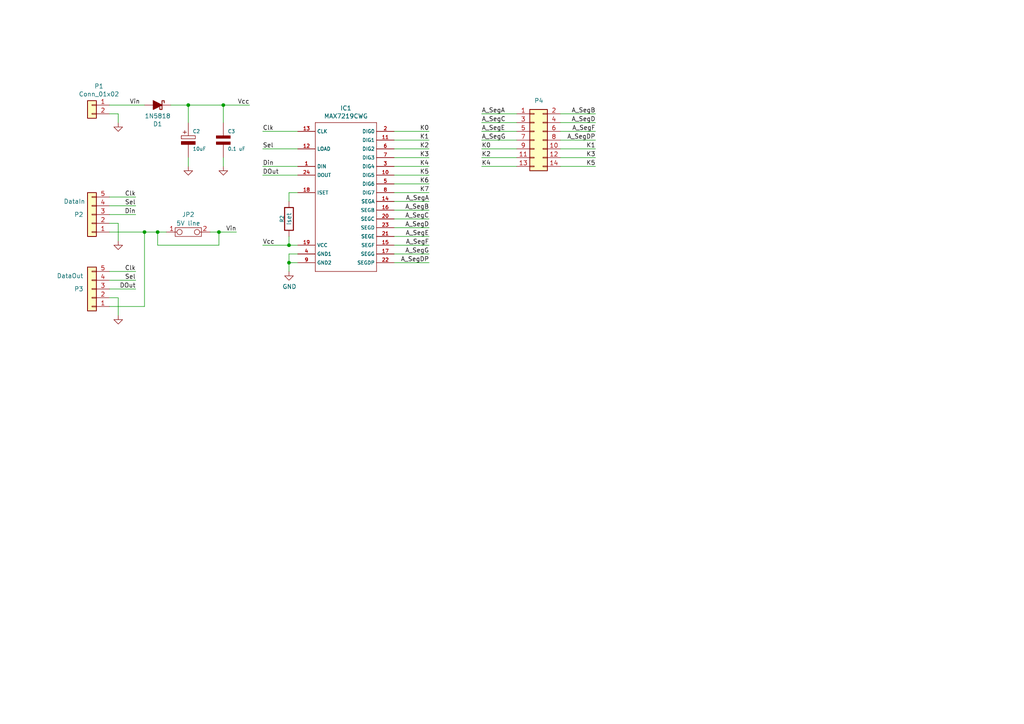
<source format=kicad_sch>
(kicad_sch (version 20210621) (generator eeschema)
  (paper "A4")
  (lib_symbols
    (symbol "Connector_Generic:Conn_01x02" (pin_names hide)
      (property "Reference" "J" (at 0 2.54 0))
      (property "Value" "Conn_01x02" (at 0 -5.08 0))
      (symbol "Conn_01x02_1_1"
        (rectangle (start -1.27 -2.413) (end 0 -2.667))
        (rectangle (start -1.27 0.127) (end 0 -0.127))
        (rectangle (start -1.27 1.27) (end 1.27 -3.81) (stroke (width 0.254)) (fill (type background)))
        (pin passive line (at -5.08 0 0) (length 3.81) (name "Pin_1") (number "1"))
        (pin passive line (at -5.08 -2.54 0) (length 3.81) (name "Pin_2") (number "2"))
      )
    )
    (symbol "Connector_Generic:Conn_01x05" (pin_names hide)
      (property "Reference" "J" (at 0 7.62 0))
      (property "Value" "Conn_01x05" (at 0 -7.62 0))
      (symbol "Conn_01x05_1_1"
        (rectangle (start -1.27 -4.953) (end 0 -5.207))
        (rectangle (start -1.27 -2.413) (end 0 -2.667))
        (rectangle (start -1.27 0.127) (end 0 -0.127))
        (rectangle (start -1.27 2.667) (end 0 2.413))
        (rectangle (start -1.27 5.207) (end 0 4.953))
        (rectangle (start -1.27 6.35) (end 1.27 -6.35) (stroke (width 0.254)) (fill (type background)))
        (pin passive line (at -5.08 5.08 0) (length 3.81) (name "Pin_1") (number "1"))
        (pin passive line (at -5.08 2.54 0) (length 3.81) (name "Pin_2") (number "2"))
        (pin passive line (at -5.08 0 0) (length 3.81) (name "Pin_3") (number "3"))
        (pin passive line (at -5.08 -2.54 0) (length 3.81) (name "Pin_4") (number "4"))
        (pin passive line (at -5.08 -5.08 0) (length 3.81) (name "Pin_5") (number "5"))
      )
    )
    (symbol "Connector_Generic:Conn_02x07_Odd_Even" (pin_names hide)
      (property "Reference" "J" (at 1.27 10.16 0))
      (property "Value" "Conn_02x07_Odd_Even" (at 1.27 -10.16 0))
      (symbol "Conn_02x07_Odd_Even_1_1"
        (rectangle (start -1.27 -7.493) (end 0 -7.747))
        (rectangle (start -1.27 -4.953) (end 0 -5.207))
        (rectangle (start -1.27 -2.413) (end 0 -2.667))
        (rectangle (start -1.27 0.127) (end 0 -0.127))
        (rectangle (start -1.27 2.667) (end 0 2.413))
        (rectangle (start -1.27 5.207) (end 0 4.953))
        (rectangle (start -1.27 7.747) (end 0 7.493))
        (rectangle (start 3.81 -7.493) (end 2.54 -7.747))
        (rectangle (start 3.81 -4.953) (end 2.54 -5.207))
        (rectangle (start 3.81 -2.413) (end 2.54 -2.667))
        (rectangle (start 3.81 0.127) (end 2.54 -0.127))
        (rectangle (start 3.81 2.667) (end 2.54 2.413))
        (rectangle (start 3.81 5.207) (end 2.54 4.953))
        (rectangle (start 3.81 7.747) (end 2.54 7.493))
        (rectangle (start -1.27 8.89) (end 3.81 -8.89) (stroke (width 0.254)) (fill (type background)))
        (pin passive line (at -5.08 7.62 0) (length 3.81) (name "Pin_1") (number "1"))
        (pin passive line (at 7.62 -2.54 180) (length 3.81) (name "Pin_10") (number "10"))
        (pin passive line (at -5.08 -5.08 0) (length 3.81) (name "Pin_11") (number "11"))
        (pin passive line (at 7.62 -5.08 180) (length 3.81) (name "Pin_12") (number "12"))
        (pin passive line (at -5.08 -7.62 0) (length 3.81) (name "Pin_13") (number "13"))
        (pin passive line (at 7.62 -7.62 180) (length 3.81) (name "Pin_14") (number "14"))
        (pin passive line (at 7.62 7.62 180) (length 3.81) (name "Pin_2") (number "2"))
        (pin passive line (at -5.08 5.08 0) (length 3.81) (name "Pin_3") (number "3"))
        (pin passive line (at 7.62 5.08 180) (length 3.81) (name "Pin_4") (number "4"))
        (pin passive line (at -5.08 2.54 0) (length 3.81) (name "Pin_5") (number "5"))
        (pin passive line (at 7.62 2.54 180) (length 3.81) (name "Pin_6") (number "6"))
        (pin passive line (at -5.08 0 0) (length 3.81) (name "Pin_7") (number "7"))
        (pin passive line (at 7.62 0 180) (length 3.81) (name "Pin_8") (number "8"))
        (pin passive line (at -5.08 -2.54 0) (length 3.81) (name "Pin_9") (number "9"))
      )
    )
    (symbol "Device:D_Schottky_ALT" (pin_numbers hide) (pin_names hide)
      (property "Reference" "D" (at 0 2.54 0))
      (property "Value" "D_Schottky_ALT" (at 0 -2.54 0))
      (symbol "D_Schottky_ALT_0_1"
        (polyline (pts (xy 1.27 0) (xy -1.27 0)))
        (polyline (pts (xy -1.905 0.635) (xy -1.905 1.27) (xy -1.27 1.27) (xy -1.27 -1.27) (xy -0.635 -1.27) (xy -0.635 -0.635)) (stroke (width 0.254)))
        (polyline (pts (xy 1.27 1.27) (xy 1.27 -1.27) (xy -1.27 0) (xy 1.27 1.27)) (stroke (width 0.254)) (fill (type outline)))
      )
      (symbol "D_Schottky_ALT_1_1"
        (pin passive line (at -3.81 0 0) (length 2.54) (name "K") (number "1"))
        (pin passive line (at 3.81 0 180) (length 2.54) (name "A") (number "2"))
      )
    )
    (symbol "GCC_Switches:JUMPER2"
      (property "Reference" "JP" (at 7.62 3.81 0))
      (property "Value" "JUMPER2" (at 7.62 -3.81 0))
      (symbol "JUMPER2_0_1"
        (circle (center 3.81 0) (radius 0.762))
        (circle (center 8.89 0) (radius 0.762))
        (rectangle (start 2.54 1.27) (end 10.16 -1.27))
      )
      (symbol "JUMPER2_1_1"
        (pin passive line (at 0 0 0) (length 3.048) (name "~") (number "1"))
        (pin passive line (at 12.7 0 180) (length 3.048) (name "~") (number "2"))
      )
    )
    (symbol "GCC_device:C" (pin_numbers hide) (pin_names (offset 0.254))
      (property "Reference" "C" (at 1.27 2.54 0))
      (property "Value" "C" (at 1.27 -2.54 0))
      (symbol "C_0_1"
        (rectangle (start -2.032 -0.508) (end 2.032 -1.27) (fill (type outline)))
        (rectangle (start -2.032 1.27) (end 2.032 0.508) (fill (type outline)))
      )
      (symbol "C_1_1"
        (pin passive line (at 0 5.08 270) (length 3.81) (name "~") (number "1"))
        (pin passive line (at 0 -5.08 90) (length 3.81) (name "~") (number "2"))
      )
    )
    (symbol "GCC_device:CP" (pin_numbers hide) (pin_names (offset 0.254) hide)
      (property "Reference" "C" (at 1.27 2.54 0))
      (property "Value" "CP" (at 1.27 -2.54 0))
      (symbol "CP_0_1"
        (rectangle (start -2.032 1.27) (end 2.032 0.381))
        (rectangle (start -2.032 -0.381) (end 2.032 -1.27) (fill (type outline)))
        (polyline (pts (xy -1.524 2.286) (xy -0.508 2.286) (xy -0.508 2.286)))
        (polyline (pts (xy -1.016 2.794) (xy -1.016 1.778) (xy -1.016 2.032)))
      )
      (symbol "CP_1_1"
        (pin passive line (at 0 5.08 270) (length 3.81) (name "~") (number "1"))
        (pin passive line (at 0 -5.08 90) (length 3.81) (name "~") (number "2"))
      )
    )
    (symbol "GCC_device:R" (pin_numbers hide) (pin_names (offset 0))
      (property "Reference" "R" (at 3.302 0 90))
      (property "Value" "R" (at 0 0 90))
      (symbol "R_0_1"
        (rectangle (start -1.27 3.302) (end 1.27 -3.302) (stroke (width 0.3048)))
      )
      (symbol "R_1_1"
        (pin passive line (at 0 5.08 270) (length 1.778) (name "~") (number "1"))
        (pin passive line (at 0 -5.08 90) (length 1.778) (name "~") (number "2"))
      )
    )
    (symbol "GCC_drivers:MAX7219CNG"
      (property "Reference" "IC" (at -10.16 20.955 0))
      (property "Value" "MAX7219CNG" (at -10.16 -25.4 0))
      (symbol "MAX7219CNG_1_0"
        (polyline (pts (xy -10.16 -22.86) (xy 7.62 -22.86)))
        (polyline (pts (xy -10.16 20.32) (xy -10.16 -22.86)))
        (polyline (pts (xy 7.62 -22.86) (xy 7.62 20.32)))
        (polyline (pts (xy 7.62 20.32) (xy -10.16 20.32)))
      )
      (symbol "MAX7219CNG_1_1"
        (pin input line (at -15.24 7.62 0) (length 5.08) (name "DIN") (number "1"))
        (pin output line (at 12.7 5.08 180) (length 5.08) (name "DIG5") (number "10"))
        (pin output line (at 12.7 15.24 180) (length 5.08) (name "DIG1") (number "11"))
        (pin input line (at -15.24 12.7 0) (length 5.08) (name "LOAD") (number "12"))
        (pin input line (at -15.24 17.78 0) (length 5.08) (name "CLK") (number "13"))
        (pin output line (at 12.7 -2.54 180) (length 5.08) (name "SEGA") (number "14"))
        (pin output line (at 12.7 -15.24 180) (length 5.08) (name "SEGF") (number "15"))
        (pin output line (at 12.7 -5.08 180) (length 5.08) (name "SEGB") (number "16"))
        (pin output line (at 12.7 -17.78 180) (length 5.08) (name "SEGG") (number "17"))
        (pin input line (at -15.24 0 0) (length 5.08) (name "ISET") (number "18"))
        (pin power_in line (at -15.24 -15.24 0) (length 5.08) (name "VCC") (number "19"))
        (pin output line (at 12.7 17.78 180) (length 5.08) (name "DIG0") (number "2"))
        (pin output line (at 12.7 -7.62 180) (length 5.08) (name "SEGC") (number "20"))
        (pin output line (at 12.7 -12.7 180) (length 5.08) (name "SEGE") (number "21"))
        (pin output line (at 12.7 -20.32 180) (length 5.08) (name "SEGDP") (number "22"))
        (pin output line (at 12.7 -10.16 180) (length 5.08) (name "SEGD") (number "23"))
        (pin output line (at -15.24 5.08 0) (length 5.08) (name "DOUT") (number "24"))
        (pin output line (at 12.7 7.62 180) (length 5.08) (name "DIG4") (number "3"))
        (pin power_in line (at -15.24 -17.78 0) (length 5.08) (name "GND1") (number "4"))
        (pin output line (at 12.7 2.54 180) (length 5.08) (name "DIG6") (number "5"))
        (pin output line (at 12.7 12.7 180) (length 5.08) (name "DIG2") (number "6"))
        (pin output line (at 12.7 10.16 180) (length 5.08) (name "DIG3") (number "7"))
        (pin output line (at 12.7 0 180) (length 5.08) (name "DIG7") (number "8"))
        (pin power_in line (at -15.24 -20.32 0) (length 5.08) (name "GND2") (number "9"))
      )
    )
    (symbol "power:GND" (power) (pin_names (offset 0))
      (property "Value" "GND" (at 0 -3.81 0))
      (symbol "GND_0_1"
        (polyline (pts (xy 0 0) (xy 0 -1.27) (xy 1.27 -1.27) (xy 0 -2.54) (xy -1.27 -1.27) (xy 0 -1.27)))
      )
      (symbol "GND_1_1"
        (pin power_in line (at 0 0 270) (length 0) hide (name "GND") (number "1"))
      )
    )
  )
  (junction (at 41.91 67.31))
  (junction (at 45.72 67.31))
  (junction (at 54.61 30.48))
  (junction (at 63.5 67.31))
  (junction (at 64.77 30.48))
  (junction (at 83.82 71.12))
  (junction (at 83.82 76.2))
  (wire (pts (xy 31.75 30.48) (xy 41.91 30.48)))
  (wire (pts (xy 31.75 33.02) (xy 34.29 33.02)))
  (wire (pts (xy 31.75 64.77) (xy 34.29 64.77)))
  (wire (pts (xy 31.75 67.31) (xy 41.91 67.31)))
  (wire (pts (xy 31.75 86.36) (xy 34.29 86.36)))
  (wire (pts (xy 31.75 88.9) (xy 41.91 88.9)))
  (wire (pts (xy 34.29 33.02) (xy 34.29 35.56)))
  (wire (pts (xy 34.29 64.77) (xy 34.29 69.85)))
  (wire (pts (xy 34.29 86.36) (xy 34.29 91.44)))
  (wire (pts (xy 39.37 57.15) (xy 31.75 57.15)))
  (wire (pts (xy 39.37 59.69) (xy 31.75 59.69)))
  (wire (pts (xy 39.37 62.23) (xy 31.75 62.23)))
  (wire (pts (xy 39.37 78.74) (xy 31.75 78.74)))
  (wire (pts (xy 39.37 81.28) (xy 31.75 81.28)))
  (wire (pts (xy 39.37 83.82) (xy 31.75 83.82)))
  (wire (pts (xy 41.91 67.31) (xy 41.91 88.9)))
  (wire (pts (xy 41.91 67.31) (xy 45.72 67.31)))
  (wire (pts (xy 45.72 67.31) (xy 45.72 71.12)))
  (wire (pts (xy 45.72 67.31) (xy 48.26 67.31)))
  (wire (pts (xy 45.72 71.12) (xy 63.5 71.12)))
  (wire (pts (xy 49.53 30.48) (xy 54.61 30.48)))
  (wire (pts (xy 54.61 30.48) (xy 54.61 35.56)))
  (wire (pts (xy 54.61 30.48) (xy 64.77 30.48)))
  (wire (pts (xy 54.61 45.72) (xy 54.61 48.26)))
  (wire (pts (xy 60.96 67.31) (xy 63.5 67.31)))
  (wire (pts (xy 63.5 67.31) (xy 68.58 67.31)))
  (wire (pts (xy 63.5 71.12) (xy 63.5 67.31)))
  (wire (pts (xy 64.77 30.48) (xy 64.77 35.56)))
  (wire (pts (xy 64.77 30.48) (xy 72.39 30.48)))
  (wire (pts (xy 64.77 45.72) (xy 64.77 48.26)))
  (wire (pts (xy 76.2 38.1) (xy 86.36 38.1)))
  (wire (pts (xy 76.2 43.18) (xy 86.36 43.18)))
  (wire (pts (xy 76.2 48.26) (xy 86.36 48.26)))
  (wire (pts (xy 76.2 50.8) (xy 86.36 50.8)))
  (wire (pts (xy 76.2 71.12) (xy 83.82 71.12)))
  (wire (pts (xy 83.82 55.88) (xy 86.36 55.88)))
  (wire (pts (xy 83.82 58.42) (xy 83.82 55.88)))
  (wire (pts (xy 83.82 68.58) (xy 83.82 71.12)))
  (wire (pts (xy 83.82 71.12) (xy 86.36 71.12)))
  (wire (pts (xy 83.82 73.66) (xy 83.82 76.2)))
  (wire (pts (xy 83.82 76.2) (xy 83.82 78.74)))
  (wire (pts (xy 86.36 73.66) (xy 83.82 73.66)))
  (wire (pts (xy 86.36 76.2) (xy 83.82 76.2)))
  (wire (pts (xy 114.3 38.1) (xy 124.46 38.1)))
  (wire (pts (xy 114.3 40.64) (xy 124.46 40.64)))
  (wire (pts (xy 114.3 43.18) (xy 124.46 43.18)))
  (wire (pts (xy 114.3 45.72) (xy 124.46 45.72)))
  (wire (pts (xy 114.3 48.26) (xy 124.46 48.26)))
  (wire (pts (xy 114.3 50.8) (xy 124.46 50.8)))
  (wire (pts (xy 114.3 53.34) (xy 124.46 53.34)))
  (wire (pts (xy 114.3 55.88) (xy 124.46 55.88)))
  (wire (pts (xy 124.46 58.42) (xy 114.3 58.42)))
  (wire (pts (xy 124.46 60.96) (xy 114.3 60.96)))
  (wire (pts (xy 124.46 63.5) (xy 114.3 63.5)))
  (wire (pts (xy 124.46 66.04) (xy 114.3 66.04)))
  (wire (pts (xy 124.46 68.58) (xy 114.3 68.58)))
  (wire (pts (xy 124.46 71.12) (xy 114.3 71.12)))
  (wire (pts (xy 124.46 73.66) (xy 114.3 73.66)))
  (wire (pts (xy 124.46 76.2) (xy 114.3 76.2)))
  (wire (pts (xy 139.7 33.02) (xy 149.86 33.02)))
  (wire (pts (xy 139.7 35.56) (xy 149.86 35.56)))
  (wire (pts (xy 139.7 38.1) (xy 149.86 38.1)))
  (wire (pts (xy 139.7 40.64) (xy 149.86 40.64)))
  (wire (pts (xy 149.86 43.18) (xy 139.7 43.18)))
  (wire (pts (xy 149.86 45.72) (xy 139.7 45.72)))
  (wire (pts (xy 149.86 48.26) (xy 139.7 48.26)))
  (wire (pts (xy 162.56 48.26) (xy 172.72 48.26)))
  (wire (pts (xy 172.72 33.02) (xy 162.56 33.02)))
  (wire (pts (xy 172.72 35.56) (xy 162.56 35.56)))
  (wire (pts (xy 172.72 38.1) (xy 162.56 38.1)))
  (wire (pts (xy 172.72 40.64) (xy 162.56 40.64)))
  (wire (pts (xy 172.72 43.18) (xy 162.56 43.18)))
  (wire (pts (xy 172.72 45.72) (xy 162.56 45.72)))
  (label "Clk" (at 39.37 57.15 180))
  (label "Sel" (at 39.37 59.69 180))
  (label "Din" (at 39.37 62.23 180))
  (label "Clk" (at 39.37 78.74 180))
  (label "Sel" (at 39.37 81.28 180))
  (label "DOut" (at 39.37 83.82 180))
  (label "Vin" (at 40.64 30.48 180))
  (label "Vin" (at 68.58 67.31 180))
  (label "Vcc" (at 72.39 30.48 180))
  (label "Clk" (at 76.2 38.1 0))
  (label "Sel" (at 76.2 43.18 0))
  (label "Din" (at 76.2 48.26 0))
  (label "DOut" (at 76.2 50.8 0))
  (label "Vcc" (at 76.2 71.12 0))
  (label "K0" (at 124.46 38.1 180))
  (label "K1" (at 124.46 40.64 180))
  (label "K2" (at 124.46 43.18 180))
  (label "K3" (at 124.46 45.72 180))
  (label "K4" (at 124.46 48.26 180))
  (label "K5" (at 124.46 50.8 180))
  (label "K6" (at 124.46 53.34 180))
  (label "K7" (at 124.46 55.88 180))
  (label "A_SegA" (at 124.46 58.42 180))
  (label "A_SegB" (at 124.46 60.96 180))
  (label "A_SegC" (at 124.46 63.5 180))
  (label "A_SegD" (at 124.46 66.04 180))
  (label "A_SegE" (at 124.46 68.58 180))
  (label "A_SegF" (at 124.46 71.12 180))
  (label "A_SegG" (at 124.46 73.66 180))
  (label "A_SegDP" (at 124.46 76.2 180))
  (label "A_SegA" (at 139.7 33.02 0))
  (label "A_SegC" (at 139.7 35.56 0))
  (label "A_SegE" (at 139.7 38.1 0))
  (label "A_SegG" (at 139.7 40.64 0))
  (label "K0" (at 139.7 43.18 0))
  (label "K2" (at 139.7 45.72 0))
  (label "K4" (at 139.7 48.26 0))
  (label "A_SegB" (at 172.72 33.02 180))
  (label "A_SegD" (at 172.72 35.56 180))
  (label "A_SegF" (at 172.72 38.1 180))
  (label "A_SegDP" (at 172.72 40.64 180))
  (label "K1" (at 172.72 43.18 180))
  (label "K3" (at 172.72 45.72 180))
  (label "K5" (at 172.72 48.26 180))
  (symbol (lib_id "power:GND") (at 34.29 35.56 0) (unit 1)
    (property "Reference" "#PWR04" (effects hide))
    (property "Value" "GND" (effects hide))
    (property "Source" "ANY" (effects hide))
    (property "Critical" "N" (effects hide))
  )
  (symbol (lib_id "power:GND") (at 34.29 69.85 0) (unit 1)
    (property "Reference" "#PWR03" (effects hide))
    (property "Value" "GND" (effects hide))
    (property "Source" "ANY" (effects hide))
    (property "Critical" "N" (effects hide))
  )
  (symbol (lib_id "power:GND") (at 34.29 91.44 0) (unit 1)
    (property "Reference" "#PWR011" (effects hide))
    (property "Value" "GND" (effects hide))
    (property "Source" "ANY" (effects hide))
    (property "Critical" "N" (effects hide))
  )
  (symbol (lib_id "power:GND") (at 54.61 48.26 0) (unit 1)
    (property "Reference" "#PWR08" (effects hide))
    (property "Value" "GND" (effects hide))
    (property "Source" "ANY" (effects hide))
    (property "Critical" "N" (effects hide))
  )
  (symbol (lib_id "power:GND") (at 64.77 48.26 0) (unit 1)
    (property "Reference" "#PWR09" (effects hide))
    (property "Value" "GND" (effects hide))
    (property "Source" "ANY" (effects hide))
    (property "Critical" "N" (effects hide))
  )
  (symbol (lib_id "power:GND") (at 83.82 78.74 0) (unit 1)
    (property "Reference" "#PWR02" (effects hide))
    (property "Value" "GND" (at 83.947 83.1342 0))
  )
  (symbol (lib_id "Device:D_Schottky_ALT") (at 45.72 30.48 0) (mirror y) (unit 1)
    (property "Reference" "D1" (at 45.72 35.9664 0))
    (property "Value" "1N5818" (at 45.72 33.655 0))
    (property "Footprint" "Diode_SMD:D_SMA_Handsoldering" (effects hide))
  )
  (symbol (lib_id "GCC_device:R") (at 83.82 63.5 180) (unit 1)
    (property "Reference" "R2" (at 81.788 63.5 90) (effects (font (size 1.016 1.016))))
    (property "Value" "Iset" (at 83.82 63.5 90))
    (property "Footprint" "Resistor_THT:R_Axial_DIN0207_L6.3mm_D2.5mm_P10.16mm_Horizontal" (effects hide))
    (property "Characteristics" "RESISTOR, METAL GLAZE/THICK FILM, 0.125W, 1%" (effects hide))
  )
  (symbol (lib_id "GCC_Switches:JUMPER2") (at 48.26 67.31 0) (unit 1)
    (property "Reference" "JP2" (at 54.61 62.23 0))
    (property "Value" "5V line" (at 54.61 64.77 0))
    (property "Footprint" "Jumper:SolderJumper-2_P1.3mm_Bridged_Pad1.0x1.5mm" (effects hide))
  )
  (symbol (lib_id "Connector_Generic:Conn_01x02") (at 26.67 30.48 0) (mirror y) (unit 1)
    (property "Reference" "P1" (at 28.702 24.9998 0))
    (property "Value" "Conn_01x02" (at 28.702 27.2985 0))
    (property "Footprint" "Connector_PinHeader_2.54mm:PinHeader_1x02_P2.54mm_Vertical" (effects hide))
  )
  (symbol (lib_id "GCC_device:CP") (at 54.61 40.64 0) (unit 1)
    (property "Reference" "C2" (at 55.88 38.1 0) (effects (font (size 1.016 1.016)) (justify left)))
    (property "Value" "10uF" (at 55.88 43.18 0) (effects (font (size 1.016 1.016)) (justify left)))
    (property "Footprint" "Capacitor_THT:CP_Radial_D5.0mm_P2.50mm" (effects hide))
    (property "Characteristics" "CAPACITOR, ALUMINUM ELECTROLYTIC, NON SOLID, POLARIZED, 50 V, 47 uF, SURFACE MOUNT, 3131, CHIP, ROHS COMPLIANT" (effects hide))
    (property "Notes" "ESR between 0.33Ω and 22Ω" (effects hide))
  )
  (symbol (lib_id "GCC_device:C") (at 64.77 40.64 0) (unit 1)
    (property "Reference" "C3" (at 66.04 38.1 0) (effects (font (size 1.016 1.016)) (justify left)))
    (property "Value" "0.1 uF" (at 66.04 43.18 0) (effects (font (size 1.016 1.016)) (justify left)))
    (property "Footprint" "Capacitor_SMD:C_1206_3216Metric_Pad1.42x1.75mm_HandSolder" (effects hide))
    (property "Characteristics" "CAPACITOR, CERAMIC, MULTILAYER, 100 V, X7R, 0.1 uF, SURFACE MOUNT, 0805, CHIP, ROHS COMPLIANT" (effects hide))
  )
  (symbol (lib_id "Connector_Generic:Conn_01x05") (at 26.67 62.23 180) (unit 1)
    (property "Reference" "P2" (at 22.86 62.23 0))
    (property "Value" "DataIn" (at 21.59 58.42 0))
    (property "Footprint" "Connector_PinHeader_2.54mm:PinHeader_1x05_P2.54mm_Vertical" (effects hide))
  )
  (symbol (lib_id "Connector_Generic:Conn_01x05") (at 26.67 83.82 180) (unit 1)
    (property "Reference" "P3" (at 22.86 83.82 0))
    (property "Value" "DataOut" (at 20.32 80.01 0))
    (property "Footprint" "Connector_PinHeader_2.54mm:PinHeader_1x05_P2.54mm_Vertical" (effects hide))
  )
  (symbol (lib_id "Connector_Generic:Conn_02x07_Odd_Even") (at 154.94 40.64 0) (unit 1)
    (property "Reference" "P4" (at 154.94 29.21 0) (effects (justify left)))
    (property "Value" "D0-D5" (effects hide))
    (property "Footprint" "Connector_PinSocket_2.54mm:PinSocket_2x07_P2.54mm_Vertical_SMD" (effects hide))
  )
  (symbol (lib_id "GCC_drivers:MAX7219CNG") (at 101.6 55.88 0) (unit 1)
    (property "Reference" "IC1" (at 100.33 31.369 0))
    (property "Value" "MAX7219CWG" (at 100.33 33.6804 0))
    (property "Footprint" "Package_SO:SOIC-24W_7.5x15.4mm_P1.27mm" (effects hide))
  )
)
</source>
